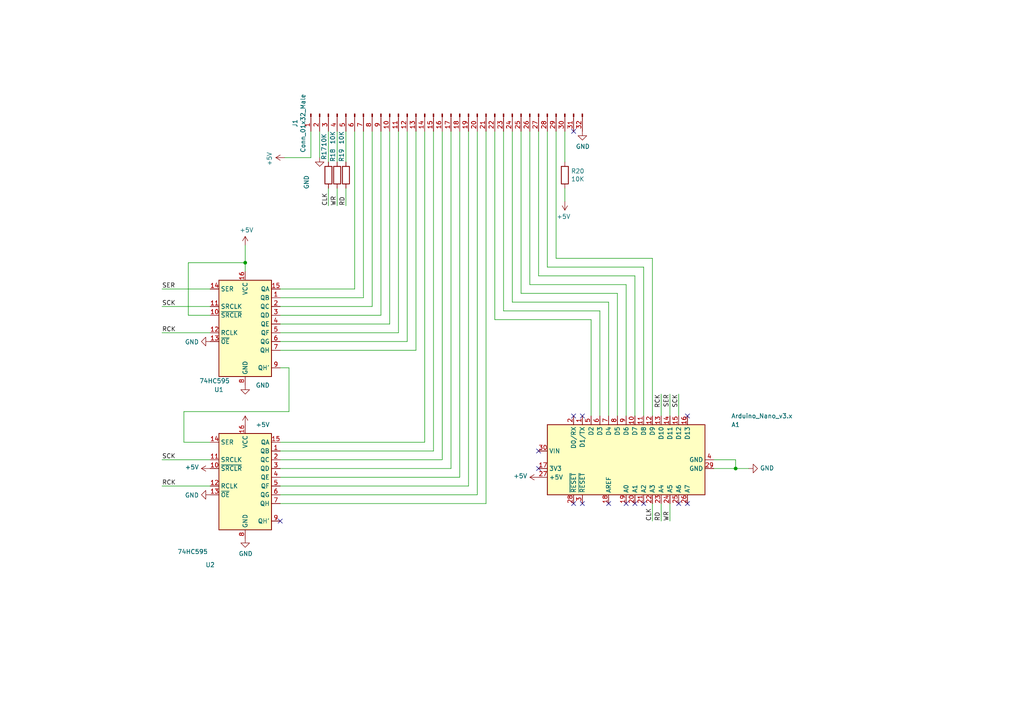
<source format=kicad_sch>
(kicad_sch (version 20211123) (generator eeschema)
  (paper "A4")
  (lib_symbols
    (symbol "74xx:74HC595"
      (property "Reference" "U" (at -7.62 13.97 0))
      (property "Value" "74HC595" (at -7.62 -16.51 0))
      (symbol "74HC595_1_0"
        (pin tri_state line (at 10.16 7.62 180) (length 2.54) (name "QB") (number "1"))
        (pin input line (at -10.16 2.54 0) (length 2.54) (name "~{SRCLR}") (number "10"))
        (pin input line (at -10.16 5.08 0) (length 2.54) (name "SRCLK") (number "11"))
        (pin input line (at -10.16 -2.54 0) (length 2.54) (name "RCLK") (number "12"))
        (pin input line (at -10.16 -5.08 0) (length 2.54) (name "~{OE}") (number "13"))
        (pin input line (at -10.16 10.16 0) (length 2.54) (name "SER") (number "14"))
        (pin tri_state line (at 10.16 10.16 180) (length 2.54) (name "QA") (number "15"))
        (pin power_in line (at 0 15.24 270) (length 2.54) (name "VCC") (number "16"))
        (pin tri_state line (at 10.16 5.08 180) (length 2.54) (name "QC") (number "2"))
        (pin tri_state line (at 10.16 2.54 180) (length 2.54) (name "QD") (number "3"))
        (pin tri_state line (at 10.16 0 180) (length 2.54) (name "QE") (number "4"))
        (pin tri_state line (at 10.16 -2.54 180) (length 2.54) (name "QF") (number "5"))
        (pin tri_state line (at 10.16 -5.08 180) (length 2.54) (name "QG") (number "6"))
        (pin tri_state line (at 10.16 -7.62 180) (length 2.54) (name "QH") (number "7"))
        (pin power_in line (at 0 -17.78 90) (length 2.54) (name "GND") (number "8"))
        (pin output line (at 10.16 -12.7 180) (length 2.54) (name "QH'") (number "9"))
      )
      (symbol "74HC595_1_1"
        (rectangle (start -7.62 12.7) (end 7.62 -15.24) (stroke (width 0.254)) (fill (type background)))
      )
    )
    (symbol "Connector:Conn_01x32_Male" (pin_names (offset 1.016) hide)
      (property "Reference" "J" (at 0 40.64 0))
      (property "Value" "Conn_01x32_Male" (at 0 -43.18 0))
      (symbol "Conn_01x32_Male_1_1"
        (polyline (pts (xy 1.27 -40.64) (xy 0.8636 -40.64)) (stroke (width 0.1524)))
        (polyline (pts (xy 1.27 -38.1) (xy 0.8636 -38.1)) (stroke (width 0.1524)))
        (polyline (pts (xy 1.27 -35.56) (xy 0.8636 -35.56)) (stroke (width 0.1524)))
        (polyline (pts (xy 1.27 -33.02) (xy 0.8636 -33.02)) (stroke (width 0.1524)))
        (polyline (pts (xy 1.27 -30.48) (xy 0.8636 -30.48)) (stroke (width 0.1524)))
        (polyline (pts (xy 1.27 -27.94) (xy 0.8636 -27.94)) (stroke (width 0.1524)))
        (polyline (pts (xy 1.27 -25.4) (xy 0.8636 -25.4)) (stroke (width 0.1524)))
        (polyline (pts (xy 1.27 -22.86) (xy 0.8636 -22.86)) (stroke (width 0.1524)))
        (polyline (pts (xy 1.27 -20.32) (xy 0.8636 -20.32)) (stroke (width 0.1524)))
        (polyline (pts (xy 1.27 -17.78) (xy 0.8636 -17.78)) (stroke (width 0.1524)))
        (polyline (pts (xy 1.27 -15.24) (xy 0.8636 -15.24)) (stroke (width 0.1524)))
        (polyline (pts (xy 1.27 -12.7) (xy 0.8636 -12.7)) (stroke (width 0.1524)))
        (polyline (pts (xy 1.27 -10.16) (xy 0.8636 -10.16)) (stroke (width 0.1524)))
        (polyline (pts (xy 1.27 -7.62) (xy 0.8636 -7.62)) (stroke (width 0.1524)))
        (polyline (pts (xy 1.27 -5.08) (xy 0.8636 -5.08)) (stroke (width 0.1524)))
        (polyline (pts (xy 1.27 -2.54) (xy 0.8636 -2.54)) (stroke (width 0.1524)))
        (polyline (pts (xy 1.27 0) (xy 0.8636 0)) (stroke (width 0.1524)))
        (polyline (pts (xy 1.27 2.54) (xy 0.8636 2.54)) (stroke (width 0.1524)))
        (polyline (pts (xy 1.27 5.08) (xy 0.8636 5.08)) (stroke (width 0.1524)))
        (polyline (pts (xy 1.27 7.62) (xy 0.8636 7.62)) (stroke (width 0.1524)))
        (polyline (pts (xy 1.27 10.16) (xy 0.8636 10.16)) (stroke (width 0.1524)))
        (polyline (pts (xy 1.27 12.7) (xy 0.8636 12.7)) (stroke (width 0.1524)))
        (polyline (pts (xy 1.27 15.24) (xy 0.8636 15.24)) (stroke (width 0.1524)))
        (polyline (pts (xy 1.27 17.78) (xy 0.8636 17.78)) (stroke (width 0.1524)))
        (polyline (pts (xy 1.27 20.32) (xy 0.8636 20.32)) (stroke (width 0.1524)))
        (polyline (pts (xy 1.27 22.86) (xy 0.8636 22.86)) (stroke (width 0.1524)))
        (polyline (pts (xy 1.27 25.4) (xy 0.8636 25.4)) (stroke (width 0.1524)))
        (polyline (pts (xy 1.27 27.94) (xy 0.8636 27.94)) (stroke (width 0.1524)))
        (polyline (pts (xy 1.27 30.48) (xy 0.8636 30.48)) (stroke (width 0.1524)))
        (polyline (pts (xy 1.27 33.02) (xy 0.8636 33.02)) (stroke (width 0.1524)))
        (polyline (pts (xy 1.27 35.56) (xy 0.8636 35.56)) (stroke (width 0.1524)))
        (polyline (pts (xy 1.27 38.1) (xy 0.8636 38.1)) (stroke (width 0.1524)))
        (rectangle (start 0.8636 -40.513) (end 0 -40.767) (stroke (width 0.1524)) (fill (type outline)))
        (rectangle (start 0.8636 -37.973) (end 0 -38.227) (stroke (width 0.1524)) (fill (type outline)))
        (rectangle (start 0.8636 -35.433) (end 0 -35.687) (stroke (width 0.1524)) (fill (type outline)))
        (rectangle (start 0.8636 -32.893) (end 0 -33.147) (stroke (width 0.1524)) (fill (type outline)))
        (rectangle (start 0.8636 -30.353) (end 0 -30.607) (stroke (width 0.1524)) (fill (type outline)))
        (rectangle (start 0.8636 -27.813) (end 0 -28.067) (stroke (width 0.1524)) (fill (type outline)))
        (rectangle (start 0.8636 -25.273) (end 0 -25.527) (stroke (width 0.1524)) (fill (type outline)))
        (rectangle (start 0.8636 -22.733) (end 0 -22.987) (stroke (width 0.1524)) (fill (type outline)))
        (rectangle (start 0.8636 -20.193) (end 0 -20.447) (stroke (width 0.1524)) (fill (type outline)))
        (rectangle (start 0.8636 -17.653) (end 0 -17.907) (stroke (width 0.1524)) (fill (type outline)))
        (rectangle (start 0.8636 -15.113) (end 0 -15.367) (stroke (width 0.1524)) (fill (type outline)))
        (rectangle (start 0.8636 -12.573) (end 0 -12.827) (stroke (width 0.1524)) (fill (type outline)))
        (rectangle (start 0.8636 -10.033) (end 0 -10.287) (stroke (width 0.1524)) (fill (type outline)))
        (rectangle (start 0.8636 -7.493) (end 0 -7.747) (stroke (width 0.1524)) (fill (type outline)))
        (rectangle (start 0.8636 -4.953) (end 0 -5.207) (stroke (width 0.1524)) (fill (type outline)))
        (rectangle (start 0.8636 -2.413) (end 0 -2.667) (stroke (width 0.1524)) (fill (type outline)))
        (rectangle (start 0.8636 0.127) (end 0 -0.127) (stroke (width 0.1524)) (fill (type outline)))
        (rectangle (start 0.8636 2.667) (end 0 2.413) (stroke (width 0.1524)) (fill (type outline)))
        (rectangle (start 0.8636 5.207) (end 0 4.953) (stroke (width 0.1524)) (fill (type outline)))
        (rectangle (start 0.8636 7.747) (end 0 7.493) (stroke (width 0.1524)) (fill (type outline)))
        (rectangle (start 0.8636 10.287) (end 0 10.033) (stroke (width 0.1524)) (fill (type outline)))
        (rectangle (start 0.8636 12.827) (end 0 12.573) (stroke (width 0.1524)) (fill (type outline)))
        (rectangle (start 0.8636 15.367) (end 0 15.113) (stroke (width 0.1524)) (fill (type outline)))
        (rectangle (start 0.8636 17.907) (end 0 17.653) (stroke (width 0.1524)) (fill (type outline)))
        (rectangle (start 0.8636 20.447) (end 0 20.193) (stroke (width 0.1524)) (fill (type outline)))
        (rectangle (start 0.8636 22.987) (end 0 22.733) (stroke (width 0.1524)) (fill (type outline)))
        (rectangle (start 0.8636 25.527) (end 0 25.273) (stroke (width 0.1524)) (fill (type outline)))
        (rectangle (start 0.8636 28.067) (end 0 27.813) (stroke (width 0.1524)) (fill (type outline)))
        (rectangle (start 0.8636 30.607) (end 0 30.353) (stroke (width 0.1524)) (fill (type outline)))
        (rectangle (start 0.8636 33.147) (end 0 32.893) (stroke (width 0.1524)) (fill (type outline)))
        (rectangle (start 0.8636 35.687) (end 0 35.433) (stroke (width 0.1524)) (fill (type outline)))
        (rectangle (start 0.8636 38.227) (end 0 37.973) (stroke (width 0.1524)) (fill (type outline)))
        (pin passive line (at 5.08 38.1 180) (length 3.81) (name "Pin_1") (number "1"))
        (pin passive line (at 5.08 15.24 180) (length 3.81) (name "Pin_10") (number "10"))
        (pin passive line (at 5.08 12.7 180) (length 3.81) (name "Pin_11") (number "11"))
        (pin passive line (at 5.08 10.16 180) (length 3.81) (name "Pin_12") (number "12"))
        (pin passive line (at 5.08 7.62 180) (length 3.81) (name "Pin_13") (number "13"))
        (pin passive line (at 5.08 5.08 180) (length 3.81) (name "Pin_14") (number "14"))
        (pin passive line (at 5.08 2.54 180) (length 3.81) (name "Pin_15") (number "15"))
        (pin passive line (at 5.08 0 180) (length 3.81) (name "Pin_16") (number "16"))
        (pin passive line (at 5.08 -2.54 180) (length 3.81) (name "Pin_17") (number "17"))
        (pin passive line (at 5.08 -5.08 180) (length 3.81) (name "Pin_18") (number "18"))
        (pin passive line (at 5.08 -7.62 180) (length 3.81) (name "Pin_19") (number "19"))
        (pin passive line (at 5.08 35.56 180) (length 3.81) (name "Pin_2") (number "2"))
        (pin passive line (at 5.08 -10.16 180) (length 3.81) (name "Pin_20") (number "20"))
        (pin passive line (at 5.08 -12.7 180) (length 3.81) (name "Pin_21") (number "21"))
        (pin passive line (at 5.08 -15.24 180) (length 3.81) (name "Pin_22") (number "22"))
        (pin passive line (at 5.08 -17.78 180) (length 3.81) (name "Pin_23") (number "23"))
        (pin passive line (at 5.08 -20.32 180) (length 3.81) (name "Pin_24") (number "24"))
        (pin passive line (at 5.08 -22.86 180) (length 3.81) (name "Pin_25") (number "25"))
        (pin passive line (at 5.08 -25.4 180) (length 3.81) (name "Pin_26") (number "26"))
        (pin passive line (at 5.08 -27.94 180) (length 3.81) (name "Pin_27") (number "27"))
        (pin passive line (at 5.08 -30.48 180) (length 3.81) (name "Pin_28") (number "28"))
        (pin passive line (at 5.08 -33.02 180) (length 3.81) (name "Pin_29") (number "29"))
        (pin passive line (at 5.08 33.02 180) (length 3.81) (name "Pin_3") (number "3"))
        (pin passive line (at 5.08 -35.56 180) (length 3.81) (name "Pin_30") (number "30"))
        (pin passive line (at 5.08 -38.1 180) (length 3.81) (name "Pin_31") (number "31"))
        (pin passive line (at 5.08 -40.64 180) (length 3.81) (name "Pin_32") (number "32"))
        (pin passive line (at 5.08 30.48 180) (length 3.81) (name "Pin_4") (number "4"))
        (pin passive line (at 5.08 27.94 180) (length 3.81) (name "Pin_5") (number "5"))
        (pin passive line (at 5.08 25.4 180) (length 3.81) (name "Pin_6") (number "6"))
        (pin passive line (at 5.08 22.86 180) (length 3.81) (name "Pin_7") (number "7"))
        (pin passive line (at 5.08 20.32 180) (length 3.81) (name "Pin_8") (number "8"))
        (pin passive line (at 5.08 17.78 180) (length 3.81) (name "Pin_9") (number "9"))
      )
    )
    (symbol "Device:R" (pin_numbers hide) (pin_names (offset 0))
      (property "Reference" "R" (at 2.032 0 90))
      (property "Value" "R" (at 0 0 90))
      (symbol "R_0_1"
        (rectangle (start -1.016 -2.54) (end 1.016 2.54) (stroke (width 0.254)))
      )
      (symbol "R_1_1"
        (pin passive line (at 0 3.81 270) (length 1.27) (name "~") (number "1"))
        (pin passive line (at 0 -3.81 90) (length 1.27) (name "~") (number "2"))
      )
    )
    (symbol "MCU_Module:Arduino_Nano_v3.x"
      (property "Reference" "A" (at -10.16 23.495 0))
      (property "Value" "Arduino_Nano_v3.x" (at 5.08 -24.13 0))
      (symbol "Arduino_Nano_v3.x_0_1"
        (rectangle (start -10.16 22.86) (end 10.16 -22.86) (stroke (width 0.254)) (fill (type background)))
      )
      (symbol "Arduino_Nano_v3.x_1_1"
        (pin bidirectional line (at -12.7 12.7 0) (length 2.54) (name "D1/TX") (number "1"))
        (pin bidirectional line (at -12.7 -2.54 0) (length 2.54) (name "D7") (number "10"))
        (pin bidirectional line (at -12.7 -5.08 0) (length 2.54) (name "D8") (number "11"))
        (pin bidirectional line (at -12.7 -7.62 0) (length 2.54) (name "D9") (number "12"))
        (pin bidirectional line (at -12.7 -10.16 0) (length 2.54) (name "D10") (number "13"))
        (pin bidirectional line (at -12.7 -12.7 0) (length 2.54) (name "D11") (number "14"))
        (pin bidirectional line (at -12.7 -15.24 0) (length 2.54) (name "D12") (number "15"))
        (pin bidirectional line (at -12.7 -17.78 0) (length 2.54) (name "D13") (number "16"))
        (pin power_out line (at 2.54 25.4 270) (length 2.54) (name "3V3") (number "17"))
        (pin input line (at 12.7 5.08 180) (length 2.54) (name "AREF") (number "18"))
        (pin bidirectional line (at 12.7 0 180) (length 2.54) (name "A0") (number "19"))
        (pin bidirectional line (at -12.7 15.24 0) (length 2.54) (name "D0/RX") (number "2"))
        (pin bidirectional line (at 12.7 -2.54 180) (length 2.54) (name "A1") (number "20"))
        (pin bidirectional line (at 12.7 -5.08 180) (length 2.54) (name "A2") (number "21"))
        (pin bidirectional line (at 12.7 -7.62 180) (length 2.54) (name "A3") (number "22"))
        (pin bidirectional line (at 12.7 -10.16 180) (length 2.54) (name "A4") (number "23"))
        (pin bidirectional line (at 12.7 -12.7 180) (length 2.54) (name "A5") (number "24"))
        (pin bidirectional line (at 12.7 -15.24 180) (length 2.54) (name "A6") (number "25"))
        (pin bidirectional line (at 12.7 -17.78 180) (length 2.54) (name "A7") (number "26"))
        (pin power_out line (at 5.08 25.4 270) (length 2.54) (name "+5V") (number "27"))
        (pin input line (at 12.7 15.24 180) (length 2.54) (name "~{RESET}") (number "28"))
        (pin power_in line (at 2.54 -25.4 90) (length 2.54) (name "GND") (number "29"))
        (pin input line (at 12.7 12.7 180) (length 2.54) (name "~{RESET}") (number "3"))
        (pin power_in line (at -2.54 25.4 270) (length 2.54) (name "VIN") (number "30"))
        (pin power_in line (at 0 -25.4 90) (length 2.54) (name "GND") (number "4"))
        (pin bidirectional line (at -12.7 10.16 0) (length 2.54) (name "D2") (number "5"))
        (pin bidirectional line (at -12.7 7.62 0) (length 2.54) (name "D3") (number "6"))
        (pin bidirectional line (at -12.7 5.08 0) (length 2.54) (name "D4") (number "7"))
        (pin bidirectional line (at -12.7 2.54 0) (length 2.54) (name "D5") (number "8"))
        (pin bidirectional line (at -12.7 0 0) (length 2.54) (name "D6") (number "9"))
      )
    )
    (symbol "power:+5V" (power) (pin_names (offset 0))
      (property "Value" "+5V" (at 0 3.556 0))
      (symbol "+5V_0_1"
        (polyline (pts (xy -0.762 1.27) (xy 0 2.54)))
        (polyline (pts (xy 0 0) (xy 0 2.54)))
        (polyline (pts (xy 0 2.54) (xy 0.762 1.27)))
      )
      (symbol "+5V_1_1"
        (pin power_in line (at 0 0 90) (length 0) hide (name "+5V") (number "1"))
      )
    )
    (symbol "power:GND" (power) (pin_names (offset 0))
      (property "Value" "GND" (at 0 -3.81 0))
      (symbol "GND_0_1"
        (polyline (pts (xy 0 0) (xy 0 -1.27) (xy 1.27 -1.27) (xy 0 -2.54) (xy -1.27 -1.27) (xy 0 -1.27)))
      )
      (symbol "GND_1_1"
        (pin power_in line (at 0 0 270) (length 0) hide (name "GND") (number "1"))
      )
    )
  )
  (junction (at 71.12 76.2))
  (junction (at 213.36 135.89))
  (no_connect (at 81.28 151.13))
  (no_connect (at 196.85 146.05))
  (no_connect (at 199.39 146.05))
  (no_connect (at 181.61 146.05))
  (no_connect (at 184.15 146.05))
  (no_connect (at 156.21 135.89))
  (no_connect (at 199.39 120.65))
  (no_connect (at 168.91 146.05))
  (no_connect (at 168.91 120.65))
  (no_connect (at 166.37 120.65))
  (no_connect (at 166.37 38.1))
  (no_connect (at 176.53 146.05))
  (no_connect (at 186.69 146.05))
  (no_connect (at 166.37 146.05))
  (no_connect (at 156.21 130.81))
  (wire (pts (xy 135.89 38.1) (xy 135.89 140.97)))
  (wire (pts (xy 161.29 74.93) (xy 189.23 74.93)))
  (wire (pts (xy 133.35 138.43) (xy 133.35 38.1)))
  (wire (pts (xy 60.96 96.52) (xy 46.99 96.52)))
  (wire (pts (xy 83.82 119.38) (xy 53.34 119.38)))
  (wire (pts (xy 81.28 91.44) (xy 110.49 91.44)))
  (wire (pts (xy 130.81 135.89) (xy 130.81 38.1)))
  (wire (pts (xy 191.77 120.65) (xy 191.77 114.3)))
  (wire (pts (xy 81.28 99.06) (xy 118.11 99.06)))
  (wire (pts (xy 97.79 38.1) (xy 97.79 46.99)))
  (wire (pts (xy 97.79 54.61) (xy 97.79 59.69)))
  (wire (pts (xy 184.15 80.01) (xy 184.15 120.65)))
  (wire (pts (xy 181.61 82.55) (xy 181.61 120.65)))
  (wire (pts (xy 54.61 91.44) (xy 54.61 76.2)))
  (wire (pts (xy 81.28 130.81) (xy 125.73 130.81)))
  (wire (pts (xy 81.28 140.97) (xy 135.89 140.97)))
  (wire (pts (xy 53.34 128.27) (xy 60.96 128.27)))
  (wire (pts (xy 125.73 130.81) (xy 125.73 38.1)))
  (wire (pts (xy 71.12 71.12) (xy 71.12 76.2)))
  (wire (pts (xy 81.28 133.35) (xy 128.27 133.35)))
  (wire (pts (xy 207.01 133.35) (xy 213.36 133.35)))
  (wire (pts (xy 113.03 93.98) (xy 113.03 38.1)))
  (wire (pts (xy 146.05 90.17) (xy 173.99 90.17)))
  (wire (pts (xy 110.49 91.44) (xy 110.49 38.1)))
  (wire (pts (xy 81.28 128.27) (xy 123.19 128.27)))
  (wire (pts (xy 171.45 92.71) (xy 171.45 120.65)))
  (wire (pts (xy 194.31 120.65) (xy 194.31 114.3)))
  (wire (pts (xy 81.28 101.6) (xy 120.65 101.6)))
  (wire (pts (xy 60.96 140.97) (xy 46.99 140.97)))
  (wire (pts (xy 151.13 85.09) (xy 179.07 85.09)))
  (wire (pts (xy 128.27 38.1) (xy 128.27 133.35)))
  (wire (pts (xy 118.11 99.06) (xy 118.11 38.1)))
  (wire (pts (xy 100.33 54.61) (xy 100.33 59.69)))
  (wire (pts (xy 163.83 54.61) (xy 163.83 58.42)))
  (wire (pts (xy 186.69 77.47) (xy 158.75 77.47)))
  (wire (pts (xy 92.71 38.1) (xy 92.71 45.72)))
  (wire (pts (xy 81.28 138.43) (xy 133.35 138.43)))
  (wire (pts (xy 123.19 38.1) (xy 123.19 128.27)))
  (wire (pts (xy 158.75 77.47) (xy 158.75 38.1)))
  (wire (pts (xy 194.31 146.05) (xy 194.31 151.13)))
  (wire (pts (xy 100.33 38.1) (xy 100.33 46.99)))
  (wire (pts (xy 163.83 38.1) (xy 163.83 46.99)))
  (wire (pts (xy 146.05 38.1) (xy 146.05 90.17)))
  (wire (pts (xy 90.17 38.1) (xy 90.17 45.72)))
  (wire (pts (xy 60.96 88.9) (xy 46.99 88.9)))
  (wire (pts (xy 81.28 96.52) (xy 115.57 96.52)))
  (wire (pts (xy 176.53 87.63) (xy 176.53 120.65)))
  (wire (pts (xy 102.87 38.1) (xy 102.87 83.82)))
  (wire (pts (xy 53.34 119.38) (xy 53.34 128.27)))
  (wire (pts (xy 196.85 120.65) (xy 196.85 114.3)))
  (wire (pts (xy 54.61 76.2) (xy 71.12 76.2)))
  (wire (pts (xy 191.77 146.05) (xy 191.77 151.13)))
  (wire (pts (xy 153.67 38.1) (xy 153.67 82.55)))
  (wire (pts (xy 81.28 135.89) (xy 130.81 135.89)))
  (wire (pts (xy 156.21 80.01) (xy 184.15 80.01)))
  (wire (pts (xy 60.96 91.44) (xy 54.61 91.44)))
  (wire (pts (xy 140.97 38.1) (xy 140.97 146.05)))
  (wire (pts (xy 148.59 38.1) (xy 148.59 87.63)))
  (wire (pts (xy 115.57 96.52) (xy 115.57 38.1)))
  (wire (pts (xy 189.23 74.93) (xy 189.23 120.65)))
  (wire (pts (xy 173.99 90.17) (xy 173.99 120.65)))
  (wire (pts (xy 81.28 88.9) (xy 107.95 88.9)))
  (wire (pts (xy 143.51 92.71) (xy 171.45 92.71)))
  (wire (pts (xy 71.12 76.2) (xy 71.12 78.74)))
  (wire (pts (xy 213.36 135.89) (xy 217.17 135.89)))
  (wire (pts (xy 148.59 87.63) (xy 176.53 87.63)))
  (wire (pts (xy 143.51 38.1) (xy 143.51 92.71)))
  (wire (pts (xy 90.17 45.72) (xy 82.55 45.72)))
  (wire (pts (xy 213.36 133.35) (xy 213.36 135.89)))
  (wire (pts (xy 107.95 38.1) (xy 107.95 88.9)))
  (wire (pts (xy 156.21 38.1) (xy 156.21 80.01)))
  (wire (pts (xy 81.28 86.36) (xy 105.41 86.36)))
  (wire (pts (xy 161.29 38.1) (xy 161.29 74.93)))
  (wire (pts (xy 207.01 135.89) (xy 213.36 135.89)))
  (wire (pts (xy 189.23 146.05) (xy 189.23 151.13)))
  (wire (pts (xy 95.25 38.1) (xy 95.25 46.99)))
  (wire (pts (xy 81.28 143.51) (xy 138.43 143.51)))
  (wire (pts (xy 105.41 86.36) (xy 105.41 38.1)))
  (wire (pts (xy 179.07 85.09) (xy 179.07 120.65)))
  (wire (pts (xy 81.28 93.98) (xy 113.03 93.98)))
  (wire (pts (xy 153.67 82.55) (xy 181.61 82.55)))
  (wire (pts (xy 83.82 106.68) (xy 83.82 119.38)))
  (wire (pts (xy 81.28 83.82) (xy 102.87 83.82)))
  (wire (pts (xy 151.13 38.1) (xy 151.13 85.09)))
  (wire (pts (xy 138.43 143.51) (xy 138.43 38.1)))
  (wire (pts (xy 81.28 106.68) (xy 83.82 106.68)))
  (wire (pts (xy 60.96 83.82) (xy 46.99 83.82)))
  (wire (pts (xy 95.25 54.61) (xy 95.25 59.69)))
  (wire (pts (xy 120.65 38.1) (xy 120.65 101.6)))
  (wire (pts (xy 60.96 133.35) (xy 46.99 133.35)))
  (wire (pts (xy 81.28 146.05) (xy 140.97 146.05)))
  (wire (pts (xy 186.69 77.47) (xy 186.69 120.65)))
  (label "WR" (at 194.31 151.13 90))
  (label "CLK" (at 189.23 151.13 90))
  (label "RCK" (at 46.99 96.52 0))
  (label "RCK" (at 46.99 140.97 0))
  (label "CLK" (at 95.25 59.69 90))
  (label "WR" (at 97.79 59.69 90))
  (label "SCK" (at 46.99 88.9 0))
  (label "SER" (at 194.31 114.3 270))
  (label "RD" (at 191.77 151.13 90))
  (label "SCK" (at 196.85 114.3 270))
  (label "SCK" (at 46.99 133.35 0))
  (label "RD" (at 100.33 59.69 90))
  (label "RCK" (at 191.77 114.3 270))
  (label "SER" (at 46.99 83.82 0))
  (symbol (lib_id "Connector:Conn_01x32_Male") (at 128.27 33.02 90) (mirror x) (unit 1)
    (property "Reference" "J1" (at 85.5726 35.7632 0))
    (property "Value" "Conn_01x32_Male" (at 87.884 35.7632 0))
    (property "Footprint" "GameboyReader:GameboyConnector" (effects hide))
  )
  (symbol (lib_id "MCU_Module:Arduino_Nano_v3.x") (at 181.61 133.35 90) (mirror x) (unit 1)
    (property "Reference" "A1" (at 213.36 123.19 90))
    (property "Value" "Arduino_Nano_v3.x" (at 220.98 120.65 90))
    (property "Footprint" "Module:Arduino_Nano" (effects hide))
    (property "Datasheet" "http://www.mouser.com/pdfdocs/Gravitech_Arduino_Nano3_0.pdf" (effects hide))
  )
  (symbol (lib_id "74xx:74HC595") (at 71.12 93.98 0) (unit 1)
    (property "Reference" "U1" (at 63.5 113.03 0))
    (property "Value" "74HC595" (at 62.23 110.49 0))
    (property "Footprint" "Package_DIP:DIP-16_W10.16mm" (effects hide))
    (property "Datasheet" "http://www.ti.com/lit/ds/symlink/sn74hc595.pdf" (effects hide))
  )
  (symbol (lib_id "power:+5V") (at 82.55 45.72 90) (mirror x) (unit 1)
    (property "Reference" "#PWR05" (effects hide))
    (property "Value" "+5V" (at 78.1558 46.101 0))
  )
  (symbol (lib_id "power:GND") (at 92.71 45.72 0) (mirror y) (unit 1)
    (property "Reference" "#PWR06" (effects hide))
    (property "Value" "GND" (at 88.9 50.8 90) (effects (justify right)))
  )
  (symbol (lib_id "Device:R") (at 95.25 50.8 0) (mirror y) (unit 1)
    (property "Reference" "R17" (at 93.98 44.45 90))
    (property "Value" "10K" (at 93.98 40.64 90))
    (property "Footprint" "Resistor_SMD:R_0603_1608Metric" (effects hide))
  )
  (symbol (lib_id "power:GND") (at 168.91 38.1 0) (unit 1)
    (property "Reference" "#PWR012" (effects hide))
    (property "Value" "GND" (at 169.037 42.4942 0))
  )
  (symbol (lib_id "Device:R") (at 163.83 50.8 0) (unit 1)
    (property "Reference" "R20" (at 165.608 49.6316 0) (effects (justify left)))
    (property "Value" "10K" (at 165.608 51.943 0) (effects (justify left)))
    (property "Footprint" "Resistor_SMD:R_0603_1608Metric" (effects hide))
  )
  (symbol (lib_id "power:+5V") (at 163.83 58.42 180) (unit 1)
    (property "Reference" "#PWR011" (effects hide))
    (property "Value" "+5V" (at 163.449 62.8142 0))
  )
  (symbol (lib_id "power:+5V") (at 71.12 71.12 0) (unit 1)
    (property "Reference" "#PWR08" (effects hide))
    (property "Value" "+5V" (at 71.501 66.7258 0))
  )
  (symbol (lib_id "Device:R") (at 97.79 50.8 0) (unit 1)
    (property "Reference" "R18" (at 96.52 46.99 90) (effects (justify left)))
    (property "Value" "10K" (at 96.52 41.91 90) (effects (justify left)))
    (property "Footprint" "Resistor_SMD:R_0603_1608Metric" (effects hide))
  )
  (symbol (lib_id "power:+5V") (at 71.12 123.19 0) (unit 1)
    (property "Reference" "#PWR09" (effects hide))
    (property "Value" "+5V" (at 76.2 123.19 0))
  )
  (symbol (lib_id "Device:R") (at 100.33 50.8 180) (unit 1)
    (property "Reference" "R19" (at 99.06 46.99 90) (effects (justify right)))
    (property "Value" "10K" (at 99.06 41.91 90) (effects (justify right)))
    (property "Footprint" "Resistor_SMD:R_0603_1608Metric" (effects hide))
  )
  (symbol (lib_id "power:+5V") (at 60.96 135.89 90) (unit 1)
    (property "Reference" "#PWR07" (effects hide))
    (property "Value" "+5V" (at 57.7088 135.509 90) (effects (justify left)))
  )
  (symbol (lib_id "74xx:74HC595") (at 71.12 138.43 0) (unit 1)
    (property "Reference" "U2" (at 60.96 163.83 0))
    (property "Value" "74HC595" (at 55.88 160.02 0))
    (property "Footprint" "Package_DIP:DIP-16_W10.16mm" (effects hide))
    (property "Datasheet" "http://www.ti.com/lit/ds/symlink/sn74hc595.pdf" (effects hide))
  )
  (symbol (lib_id "power:+5V") (at 156.21 138.43 90) (unit 1)
    (property "Reference" "#PWR010" (effects hide))
    (property "Value" "+5V" (at 152.9588 138.049 90) (effects (justify left)))
  )
  (symbol (lib_id "power:GND") (at 71.12 111.76 0) (unit 1)
    (property "Reference" "#PWR03" (effects hide))
    (property "Value" "GND" (at 76.2 111.76 0))
  )
  (symbol (lib_id "power:GND") (at 71.12 156.21 0) (unit 1)
    (property "Reference" "#PWR04" (effects hide))
    (property "Value" "GND" (at 71.247 160.6042 0))
  )
  (symbol (lib_id "power:GND") (at 60.96 99.06 270) (unit 1)
    (property "Reference" "#PWR01" (effects hide))
    (property "Value" "GND" (at 57.7088 99.187 90) (effects (justify right)))
  )
  (symbol (lib_id "power:GND") (at 217.17 135.89 90) (unit 1)
    (property "Reference" "#PWR013" (effects hide))
    (property "Value" "GND" (at 220.4212 135.763 90) (effects (justify right)))
  )
  (symbol (lib_id "power:GND") (at 60.96 143.51 270) (unit 1)
    (property "Reference" "#PWR02" (effects hide))
    (property "Value" "GND" (at 57.7088 143.637 90) (effects (justify right)))
  )
)
</source>
